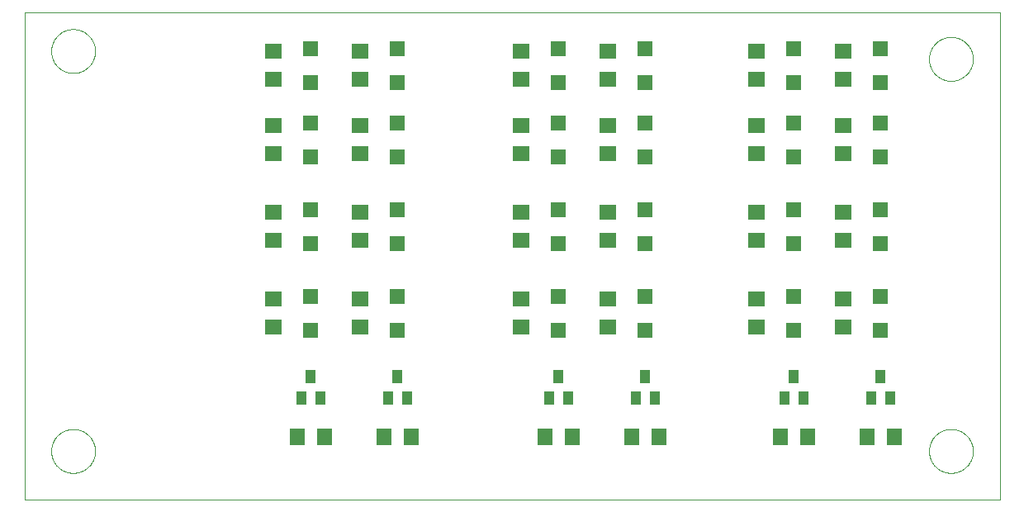
<source format=gtp>
G75*
%MOIN*%
%OFA0B0*%
%FSLAX25Y25*%
%IPPOS*%
%LPD*%
%AMOC8*
5,1,8,0,0,1.08239X$1,22.5*
%
%ADD10C,0.00000*%
%ADD11R,0.05906X0.05906*%
%ADD12R,0.07098X0.06299*%
%ADD13R,0.06299X0.07098*%
%ADD14R,0.03937X0.05512*%
D10*
X0001000Y0001000D02*
X0001000Y0197850D01*
X0394701Y0197850D01*
X0394701Y0001000D01*
X0001000Y0001000D01*
X0011827Y0020685D02*
X0011830Y0020902D01*
X0011838Y0021120D01*
X0011851Y0021337D01*
X0011870Y0021553D01*
X0011894Y0021769D01*
X0011923Y0021985D01*
X0011957Y0022199D01*
X0011997Y0022413D01*
X0012042Y0022626D01*
X0012092Y0022837D01*
X0012148Y0023048D01*
X0012208Y0023256D01*
X0012274Y0023464D01*
X0012345Y0023669D01*
X0012421Y0023873D01*
X0012501Y0024075D01*
X0012587Y0024275D01*
X0012677Y0024472D01*
X0012773Y0024668D01*
X0012873Y0024861D01*
X0012978Y0025051D01*
X0013087Y0025239D01*
X0013201Y0025424D01*
X0013320Y0025606D01*
X0013443Y0025786D01*
X0013570Y0025962D01*
X0013702Y0026135D01*
X0013838Y0026304D01*
X0013978Y0026471D01*
X0014122Y0026634D01*
X0014270Y0026793D01*
X0014421Y0026949D01*
X0014577Y0027100D01*
X0014736Y0027248D01*
X0014899Y0027392D01*
X0015066Y0027532D01*
X0015235Y0027668D01*
X0015408Y0027800D01*
X0015584Y0027927D01*
X0015764Y0028050D01*
X0015946Y0028169D01*
X0016131Y0028283D01*
X0016319Y0028392D01*
X0016509Y0028497D01*
X0016702Y0028597D01*
X0016898Y0028693D01*
X0017095Y0028783D01*
X0017295Y0028869D01*
X0017497Y0028949D01*
X0017701Y0029025D01*
X0017906Y0029096D01*
X0018114Y0029162D01*
X0018322Y0029222D01*
X0018533Y0029278D01*
X0018744Y0029328D01*
X0018957Y0029373D01*
X0019171Y0029413D01*
X0019385Y0029447D01*
X0019601Y0029476D01*
X0019817Y0029500D01*
X0020033Y0029519D01*
X0020250Y0029532D01*
X0020468Y0029540D01*
X0020685Y0029543D01*
X0020902Y0029540D01*
X0021120Y0029532D01*
X0021337Y0029519D01*
X0021553Y0029500D01*
X0021769Y0029476D01*
X0021985Y0029447D01*
X0022199Y0029413D01*
X0022413Y0029373D01*
X0022626Y0029328D01*
X0022837Y0029278D01*
X0023048Y0029222D01*
X0023256Y0029162D01*
X0023464Y0029096D01*
X0023669Y0029025D01*
X0023873Y0028949D01*
X0024075Y0028869D01*
X0024275Y0028783D01*
X0024472Y0028693D01*
X0024668Y0028597D01*
X0024861Y0028497D01*
X0025051Y0028392D01*
X0025239Y0028283D01*
X0025424Y0028169D01*
X0025606Y0028050D01*
X0025786Y0027927D01*
X0025962Y0027800D01*
X0026135Y0027668D01*
X0026304Y0027532D01*
X0026471Y0027392D01*
X0026634Y0027248D01*
X0026793Y0027100D01*
X0026949Y0026949D01*
X0027100Y0026793D01*
X0027248Y0026634D01*
X0027392Y0026471D01*
X0027532Y0026304D01*
X0027668Y0026135D01*
X0027800Y0025962D01*
X0027927Y0025786D01*
X0028050Y0025606D01*
X0028169Y0025424D01*
X0028283Y0025239D01*
X0028392Y0025051D01*
X0028497Y0024861D01*
X0028597Y0024668D01*
X0028693Y0024472D01*
X0028783Y0024275D01*
X0028869Y0024075D01*
X0028949Y0023873D01*
X0029025Y0023669D01*
X0029096Y0023464D01*
X0029162Y0023256D01*
X0029222Y0023048D01*
X0029278Y0022837D01*
X0029328Y0022626D01*
X0029373Y0022413D01*
X0029413Y0022199D01*
X0029447Y0021985D01*
X0029476Y0021769D01*
X0029500Y0021553D01*
X0029519Y0021337D01*
X0029532Y0021120D01*
X0029540Y0020902D01*
X0029543Y0020685D01*
X0029540Y0020468D01*
X0029532Y0020250D01*
X0029519Y0020033D01*
X0029500Y0019817D01*
X0029476Y0019601D01*
X0029447Y0019385D01*
X0029413Y0019171D01*
X0029373Y0018957D01*
X0029328Y0018744D01*
X0029278Y0018533D01*
X0029222Y0018322D01*
X0029162Y0018114D01*
X0029096Y0017906D01*
X0029025Y0017701D01*
X0028949Y0017497D01*
X0028869Y0017295D01*
X0028783Y0017095D01*
X0028693Y0016898D01*
X0028597Y0016702D01*
X0028497Y0016509D01*
X0028392Y0016319D01*
X0028283Y0016131D01*
X0028169Y0015946D01*
X0028050Y0015764D01*
X0027927Y0015584D01*
X0027800Y0015408D01*
X0027668Y0015235D01*
X0027532Y0015066D01*
X0027392Y0014899D01*
X0027248Y0014736D01*
X0027100Y0014577D01*
X0026949Y0014421D01*
X0026793Y0014270D01*
X0026634Y0014122D01*
X0026471Y0013978D01*
X0026304Y0013838D01*
X0026135Y0013702D01*
X0025962Y0013570D01*
X0025786Y0013443D01*
X0025606Y0013320D01*
X0025424Y0013201D01*
X0025239Y0013087D01*
X0025051Y0012978D01*
X0024861Y0012873D01*
X0024668Y0012773D01*
X0024472Y0012677D01*
X0024275Y0012587D01*
X0024075Y0012501D01*
X0023873Y0012421D01*
X0023669Y0012345D01*
X0023464Y0012274D01*
X0023256Y0012208D01*
X0023048Y0012148D01*
X0022837Y0012092D01*
X0022626Y0012042D01*
X0022413Y0011997D01*
X0022199Y0011957D01*
X0021985Y0011923D01*
X0021769Y0011894D01*
X0021553Y0011870D01*
X0021337Y0011851D01*
X0021120Y0011838D01*
X0020902Y0011830D01*
X0020685Y0011827D01*
X0020468Y0011830D01*
X0020250Y0011838D01*
X0020033Y0011851D01*
X0019817Y0011870D01*
X0019601Y0011894D01*
X0019385Y0011923D01*
X0019171Y0011957D01*
X0018957Y0011997D01*
X0018744Y0012042D01*
X0018533Y0012092D01*
X0018322Y0012148D01*
X0018114Y0012208D01*
X0017906Y0012274D01*
X0017701Y0012345D01*
X0017497Y0012421D01*
X0017295Y0012501D01*
X0017095Y0012587D01*
X0016898Y0012677D01*
X0016702Y0012773D01*
X0016509Y0012873D01*
X0016319Y0012978D01*
X0016131Y0013087D01*
X0015946Y0013201D01*
X0015764Y0013320D01*
X0015584Y0013443D01*
X0015408Y0013570D01*
X0015235Y0013702D01*
X0015066Y0013838D01*
X0014899Y0013978D01*
X0014736Y0014122D01*
X0014577Y0014270D01*
X0014421Y0014421D01*
X0014270Y0014577D01*
X0014122Y0014736D01*
X0013978Y0014899D01*
X0013838Y0015066D01*
X0013702Y0015235D01*
X0013570Y0015408D01*
X0013443Y0015584D01*
X0013320Y0015764D01*
X0013201Y0015946D01*
X0013087Y0016131D01*
X0012978Y0016319D01*
X0012873Y0016509D01*
X0012773Y0016702D01*
X0012677Y0016898D01*
X0012587Y0017095D01*
X0012501Y0017295D01*
X0012421Y0017497D01*
X0012345Y0017701D01*
X0012274Y0017906D01*
X0012208Y0018114D01*
X0012148Y0018322D01*
X0012092Y0018533D01*
X0012042Y0018744D01*
X0011997Y0018957D01*
X0011957Y0019171D01*
X0011923Y0019385D01*
X0011894Y0019601D01*
X0011870Y0019817D01*
X0011851Y0020033D01*
X0011838Y0020250D01*
X0011830Y0020468D01*
X0011827Y0020685D01*
X0011827Y0182102D02*
X0011830Y0182319D01*
X0011838Y0182537D01*
X0011851Y0182754D01*
X0011870Y0182970D01*
X0011894Y0183186D01*
X0011923Y0183402D01*
X0011957Y0183616D01*
X0011997Y0183830D01*
X0012042Y0184043D01*
X0012092Y0184254D01*
X0012148Y0184465D01*
X0012208Y0184673D01*
X0012274Y0184881D01*
X0012345Y0185086D01*
X0012421Y0185290D01*
X0012501Y0185492D01*
X0012587Y0185692D01*
X0012677Y0185889D01*
X0012773Y0186085D01*
X0012873Y0186278D01*
X0012978Y0186468D01*
X0013087Y0186656D01*
X0013201Y0186841D01*
X0013320Y0187023D01*
X0013443Y0187203D01*
X0013570Y0187379D01*
X0013702Y0187552D01*
X0013838Y0187721D01*
X0013978Y0187888D01*
X0014122Y0188051D01*
X0014270Y0188210D01*
X0014421Y0188366D01*
X0014577Y0188517D01*
X0014736Y0188665D01*
X0014899Y0188809D01*
X0015066Y0188949D01*
X0015235Y0189085D01*
X0015408Y0189217D01*
X0015584Y0189344D01*
X0015764Y0189467D01*
X0015946Y0189586D01*
X0016131Y0189700D01*
X0016319Y0189809D01*
X0016509Y0189914D01*
X0016702Y0190014D01*
X0016898Y0190110D01*
X0017095Y0190200D01*
X0017295Y0190286D01*
X0017497Y0190366D01*
X0017701Y0190442D01*
X0017906Y0190513D01*
X0018114Y0190579D01*
X0018322Y0190639D01*
X0018533Y0190695D01*
X0018744Y0190745D01*
X0018957Y0190790D01*
X0019171Y0190830D01*
X0019385Y0190864D01*
X0019601Y0190893D01*
X0019817Y0190917D01*
X0020033Y0190936D01*
X0020250Y0190949D01*
X0020468Y0190957D01*
X0020685Y0190960D01*
X0020902Y0190957D01*
X0021120Y0190949D01*
X0021337Y0190936D01*
X0021553Y0190917D01*
X0021769Y0190893D01*
X0021985Y0190864D01*
X0022199Y0190830D01*
X0022413Y0190790D01*
X0022626Y0190745D01*
X0022837Y0190695D01*
X0023048Y0190639D01*
X0023256Y0190579D01*
X0023464Y0190513D01*
X0023669Y0190442D01*
X0023873Y0190366D01*
X0024075Y0190286D01*
X0024275Y0190200D01*
X0024472Y0190110D01*
X0024668Y0190014D01*
X0024861Y0189914D01*
X0025051Y0189809D01*
X0025239Y0189700D01*
X0025424Y0189586D01*
X0025606Y0189467D01*
X0025786Y0189344D01*
X0025962Y0189217D01*
X0026135Y0189085D01*
X0026304Y0188949D01*
X0026471Y0188809D01*
X0026634Y0188665D01*
X0026793Y0188517D01*
X0026949Y0188366D01*
X0027100Y0188210D01*
X0027248Y0188051D01*
X0027392Y0187888D01*
X0027532Y0187721D01*
X0027668Y0187552D01*
X0027800Y0187379D01*
X0027927Y0187203D01*
X0028050Y0187023D01*
X0028169Y0186841D01*
X0028283Y0186656D01*
X0028392Y0186468D01*
X0028497Y0186278D01*
X0028597Y0186085D01*
X0028693Y0185889D01*
X0028783Y0185692D01*
X0028869Y0185492D01*
X0028949Y0185290D01*
X0029025Y0185086D01*
X0029096Y0184881D01*
X0029162Y0184673D01*
X0029222Y0184465D01*
X0029278Y0184254D01*
X0029328Y0184043D01*
X0029373Y0183830D01*
X0029413Y0183616D01*
X0029447Y0183402D01*
X0029476Y0183186D01*
X0029500Y0182970D01*
X0029519Y0182754D01*
X0029532Y0182537D01*
X0029540Y0182319D01*
X0029543Y0182102D01*
X0029540Y0181885D01*
X0029532Y0181667D01*
X0029519Y0181450D01*
X0029500Y0181234D01*
X0029476Y0181018D01*
X0029447Y0180802D01*
X0029413Y0180588D01*
X0029373Y0180374D01*
X0029328Y0180161D01*
X0029278Y0179950D01*
X0029222Y0179739D01*
X0029162Y0179531D01*
X0029096Y0179323D01*
X0029025Y0179118D01*
X0028949Y0178914D01*
X0028869Y0178712D01*
X0028783Y0178512D01*
X0028693Y0178315D01*
X0028597Y0178119D01*
X0028497Y0177926D01*
X0028392Y0177736D01*
X0028283Y0177548D01*
X0028169Y0177363D01*
X0028050Y0177181D01*
X0027927Y0177001D01*
X0027800Y0176825D01*
X0027668Y0176652D01*
X0027532Y0176483D01*
X0027392Y0176316D01*
X0027248Y0176153D01*
X0027100Y0175994D01*
X0026949Y0175838D01*
X0026793Y0175687D01*
X0026634Y0175539D01*
X0026471Y0175395D01*
X0026304Y0175255D01*
X0026135Y0175119D01*
X0025962Y0174987D01*
X0025786Y0174860D01*
X0025606Y0174737D01*
X0025424Y0174618D01*
X0025239Y0174504D01*
X0025051Y0174395D01*
X0024861Y0174290D01*
X0024668Y0174190D01*
X0024472Y0174094D01*
X0024275Y0174004D01*
X0024075Y0173918D01*
X0023873Y0173838D01*
X0023669Y0173762D01*
X0023464Y0173691D01*
X0023256Y0173625D01*
X0023048Y0173565D01*
X0022837Y0173509D01*
X0022626Y0173459D01*
X0022413Y0173414D01*
X0022199Y0173374D01*
X0021985Y0173340D01*
X0021769Y0173311D01*
X0021553Y0173287D01*
X0021337Y0173268D01*
X0021120Y0173255D01*
X0020902Y0173247D01*
X0020685Y0173244D01*
X0020468Y0173247D01*
X0020250Y0173255D01*
X0020033Y0173268D01*
X0019817Y0173287D01*
X0019601Y0173311D01*
X0019385Y0173340D01*
X0019171Y0173374D01*
X0018957Y0173414D01*
X0018744Y0173459D01*
X0018533Y0173509D01*
X0018322Y0173565D01*
X0018114Y0173625D01*
X0017906Y0173691D01*
X0017701Y0173762D01*
X0017497Y0173838D01*
X0017295Y0173918D01*
X0017095Y0174004D01*
X0016898Y0174094D01*
X0016702Y0174190D01*
X0016509Y0174290D01*
X0016319Y0174395D01*
X0016131Y0174504D01*
X0015946Y0174618D01*
X0015764Y0174737D01*
X0015584Y0174860D01*
X0015408Y0174987D01*
X0015235Y0175119D01*
X0015066Y0175255D01*
X0014899Y0175395D01*
X0014736Y0175539D01*
X0014577Y0175687D01*
X0014421Y0175838D01*
X0014270Y0175994D01*
X0014122Y0176153D01*
X0013978Y0176316D01*
X0013838Y0176483D01*
X0013702Y0176652D01*
X0013570Y0176825D01*
X0013443Y0177001D01*
X0013320Y0177181D01*
X0013201Y0177363D01*
X0013087Y0177548D01*
X0012978Y0177736D01*
X0012873Y0177926D01*
X0012773Y0178119D01*
X0012677Y0178315D01*
X0012587Y0178512D01*
X0012501Y0178712D01*
X0012421Y0178914D01*
X0012345Y0179118D01*
X0012274Y0179323D01*
X0012208Y0179531D01*
X0012148Y0179739D01*
X0012092Y0179950D01*
X0012042Y0180161D01*
X0011997Y0180374D01*
X0011957Y0180588D01*
X0011923Y0180802D01*
X0011894Y0181018D01*
X0011870Y0181234D01*
X0011851Y0181450D01*
X0011838Y0181667D01*
X0011830Y0181885D01*
X0011827Y0182102D01*
X0366158Y0178953D02*
X0366161Y0179170D01*
X0366169Y0179388D01*
X0366182Y0179605D01*
X0366201Y0179821D01*
X0366225Y0180037D01*
X0366254Y0180253D01*
X0366288Y0180467D01*
X0366328Y0180681D01*
X0366373Y0180894D01*
X0366423Y0181105D01*
X0366479Y0181316D01*
X0366539Y0181524D01*
X0366605Y0181732D01*
X0366676Y0181937D01*
X0366752Y0182141D01*
X0366832Y0182343D01*
X0366918Y0182543D01*
X0367008Y0182740D01*
X0367104Y0182936D01*
X0367204Y0183129D01*
X0367309Y0183319D01*
X0367418Y0183507D01*
X0367532Y0183692D01*
X0367651Y0183874D01*
X0367774Y0184054D01*
X0367901Y0184230D01*
X0368033Y0184403D01*
X0368169Y0184572D01*
X0368309Y0184739D01*
X0368453Y0184902D01*
X0368601Y0185061D01*
X0368752Y0185217D01*
X0368908Y0185368D01*
X0369067Y0185516D01*
X0369230Y0185660D01*
X0369397Y0185800D01*
X0369566Y0185936D01*
X0369739Y0186068D01*
X0369915Y0186195D01*
X0370095Y0186318D01*
X0370277Y0186437D01*
X0370462Y0186551D01*
X0370650Y0186660D01*
X0370840Y0186765D01*
X0371033Y0186865D01*
X0371229Y0186961D01*
X0371426Y0187051D01*
X0371626Y0187137D01*
X0371828Y0187217D01*
X0372032Y0187293D01*
X0372237Y0187364D01*
X0372445Y0187430D01*
X0372653Y0187490D01*
X0372864Y0187546D01*
X0373075Y0187596D01*
X0373288Y0187641D01*
X0373502Y0187681D01*
X0373716Y0187715D01*
X0373932Y0187744D01*
X0374148Y0187768D01*
X0374364Y0187787D01*
X0374581Y0187800D01*
X0374799Y0187808D01*
X0375016Y0187811D01*
X0375233Y0187808D01*
X0375451Y0187800D01*
X0375668Y0187787D01*
X0375884Y0187768D01*
X0376100Y0187744D01*
X0376316Y0187715D01*
X0376530Y0187681D01*
X0376744Y0187641D01*
X0376957Y0187596D01*
X0377168Y0187546D01*
X0377379Y0187490D01*
X0377587Y0187430D01*
X0377795Y0187364D01*
X0378000Y0187293D01*
X0378204Y0187217D01*
X0378406Y0187137D01*
X0378606Y0187051D01*
X0378803Y0186961D01*
X0378999Y0186865D01*
X0379192Y0186765D01*
X0379382Y0186660D01*
X0379570Y0186551D01*
X0379755Y0186437D01*
X0379937Y0186318D01*
X0380117Y0186195D01*
X0380293Y0186068D01*
X0380466Y0185936D01*
X0380635Y0185800D01*
X0380802Y0185660D01*
X0380965Y0185516D01*
X0381124Y0185368D01*
X0381280Y0185217D01*
X0381431Y0185061D01*
X0381579Y0184902D01*
X0381723Y0184739D01*
X0381863Y0184572D01*
X0381999Y0184403D01*
X0382131Y0184230D01*
X0382258Y0184054D01*
X0382381Y0183874D01*
X0382500Y0183692D01*
X0382614Y0183507D01*
X0382723Y0183319D01*
X0382828Y0183129D01*
X0382928Y0182936D01*
X0383024Y0182740D01*
X0383114Y0182543D01*
X0383200Y0182343D01*
X0383280Y0182141D01*
X0383356Y0181937D01*
X0383427Y0181732D01*
X0383493Y0181524D01*
X0383553Y0181316D01*
X0383609Y0181105D01*
X0383659Y0180894D01*
X0383704Y0180681D01*
X0383744Y0180467D01*
X0383778Y0180253D01*
X0383807Y0180037D01*
X0383831Y0179821D01*
X0383850Y0179605D01*
X0383863Y0179388D01*
X0383871Y0179170D01*
X0383874Y0178953D01*
X0383871Y0178736D01*
X0383863Y0178518D01*
X0383850Y0178301D01*
X0383831Y0178085D01*
X0383807Y0177869D01*
X0383778Y0177653D01*
X0383744Y0177439D01*
X0383704Y0177225D01*
X0383659Y0177012D01*
X0383609Y0176801D01*
X0383553Y0176590D01*
X0383493Y0176382D01*
X0383427Y0176174D01*
X0383356Y0175969D01*
X0383280Y0175765D01*
X0383200Y0175563D01*
X0383114Y0175363D01*
X0383024Y0175166D01*
X0382928Y0174970D01*
X0382828Y0174777D01*
X0382723Y0174587D01*
X0382614Y0174399D01*
X0382500Y0174214D01*
X0382381Y0174032D01*
X0382258Y0173852D01*
X0382131Y0173676D01*
X0381999Y0173503D01*
X0381863Y0173334D01*
X0381723Y0173167D01*
X0381579Y0173004D01*
X0381431Y0172845D01*
X0381280Y0172689D01*
X0381124Y0172538D01*
X0380965Y0172390D01*
X0380802Y0172246D01*
X0380635Y0172106D01*
X0380466Y0171970D01*
X0380293Y0171838D01*
X0380117Y0171711D01*
X0379937Y0171588D01*
X0379755Y0171469D01*
X0379570Y0171355D01*
X0379382Y0171246D01*
X0379192Y0171141D01*
X0378999Y0171041D01*
X0378803Y0170945D01*
X0378606Y0170855D01*
X0378406Y0170769D01*
X0378204Y0170689D01*
X0378000Y0170613D01*
X0377795Y0170542D01*
X0377587Y0170476D01*
X0377379Y0170416D01*
X0377168Y0170360D01*
X0376957Y0170310D01*
X0376744Y0170265D01*
X0376530Y0170225D01*
X0376316Y0170191D01*
X0376100Y0170162D01*
X0375884Y0170138D01*
X0375668Y0170119D01*
X0375451Y0170106D01*
X0375233Y0170098D01*
X0375016Y0170095D01*
X0374799Y0170098D01*
X0374581Y0170106D01*
X0374364Y0170119D01*
X0374148Y0170138D01*
X0373932Y0170162D01*
X0373716Y0170191D01*
X0373502Y0170225D01*
X0373288Y0170265D01*
X0373075Y0170310D01*
X0372864Y0170360D01*
X0372653Y0170416D01*
X0372445Y0170476D01*
X0372237Y0170542D01*
X0372032Y0170613D01*
X0371828Y0170689D01*
X0371626Y0170769D01*
X0371426Y0170855D01*
X0371229Y0170945D01*
X0371033Y0171041D01*
X0370840Y0171141D01*
X0370650Y0171246D01*
X0370462Y0171355D01*
X0370277Y0171469D01*
X0370095Y0171588D01*
X0369915Y0171711D01*
X0369739Y0171838D01*
X0369566Y0171970D01*
X0369397Y0172106D01*
X0369230Y0172246D01*
X0369067Y0172390D01*
X0368908Y0172538D01*
X0368752Y0172689D01*
X0368601Y0172845D01*
X0368453Y0173004D01*
X0368309Y0173167D01*
X0368169Y0173334D01*
X0368033Y0173503D01*
X0367901Y0173676D01*
X0367774Y0173852D01*
X0367651Y0174032D01*
X0367532Y0174214D01*
X0367418Y0174399D01*
X0367309Y0174587D01*
X0367204Y0174777D01*
X0367104Y0174970D01*
X0367008Y0175166D01*
X0366918Y0175363D01*
X0366832Y0175563D01*
X0366752Y0175765D01*
X0366676Y0175969D01*
X0366605Y0176174D01*
X0366539Y0176382D01*
X0366479Y0176590D01*
X0366423Y0176801D01*
X0366373Y0177012D01*
X0366328Y0177225D01*
X0366288Y0177439D01*
X0366254Y0177653D01*
X0366225Y0177869D01*
X0366201Y0178085D01*
X0366182Y0178301D01*
X0366169Y0178518D01*
X0366161Y0178736D01*
X0366158Y0178953D01*
X0366158Y0020685D02*
X0366161Y0020902D01*
X0366169Y0021120D01*
X0366182Y0021337D01*
X0366201Y0021553D01*
X0366225Y0021769D01*
X0366254Y0021985D01*
X0366288Y0022199D01*
X0366328Y0022413D01*
X0366373Y0022626D01*
X0366423Y0022837D01*
X0366479Y0023048D01*
X0366539Y0023256D01*
X0366605Y0023464D01*
X0366676Y0023669D01*
X0366752Y0023873D01*
X0366832Y0024075D01*
X0366918Y0024275D01*
X0367008Y0024472D01*
X0367104Y0024668D01*
X0367204Y0024861D01*
X0367309Y0025051D01*
X0367418Y0025239D01*
X0367532Y0025424D01*
X0367651Y0025606D01*
X0367774Y0025786D01*
X0367901Y0025962D01*
X0368033Y0026135D01*
X0368169Y0026304D01*
X0368309Y0026471D01*
X0368453Y0026634D01*
X0368601Y0026793D01*
X0368752Y0026949D01*
X0368908Y0027100D01*
X0369067Y0027248D01*
X0369230Y0027392D01*
X0369397Y0027532D01*
X0369566Y0027668D01*
X0369739Y0027800D01*
X0369915Y0027927D01*
X0370095Y0028050D01*
X0370277Y0028169D01*
X0370462Y0028283D01*
X0370650Y0028392D01*
X0370840Y0028497D01*
X0371033Y0028597D01*
X0371229Y0028693D01*
X0371426Y0028783D01*
X0371626Y0028869D01*
X0371828Y0028949D01*
X0372032Y0029025D01*
X0372237Y0029096D01*
X0372445Y0029162D01*
X0372653Y0029222D01*
X0372864Y0029278D01*
X0373075Y0029328D01*
X0373288Y0029373D01*
X0373502Y0029413D01*
X0373716Y0029447D01*
X0373932Y0029476D01*
X0374148Y0029500D01*
X0374364Y0029519D01*
X0374581Y0029532D01*
X0374799Y0029540D01*
X0375016Y0029543D01*
X0375233Y0029540D01*
X0375451Y0029532D01*
X0375668Y0029519D01*
X0375884Y0029500D01*
X0376100Y0029476D01*
X0376316Y0029447D01*
X0376530Y0029413D01*
X0376744Y0029373D01*
X0376957Y0029328D01*
X0377168Y0029278D01*
X0377379Y0029222D01*
X0377587Y0029162D01*
X0377795Y0029096D01*
X0378000Y0029025D01*
X0378204Y0028949D01*
X0378406Y0028869D01*
X0378606Y0028783D01*
X0378803Y0028693D01*
X0378999Y0028597D01*
X0379192Y0028497D01*
X0379382Y0028392D01*
X0379570Y0028283D01*
X0379755Y0028169D01*
X0379937Y0028050D01*
X0380117Y0027927D01*
X0380293Y0027800D01*
X0380466Y0027668D01*
X0380635Y0027532D01*
X0380802Y0027392D01*
X0380965Y0027248D01*
X0381124Y0027100D01*
X0381280Y0026949D01*
X0381431Y0026793D01*
X0381579Y0026634D01*
X0381723Y0026471D01*
X0381863Y0026304D01*
X0381999Y0026135D01*
X0382131Y0025962D01*
X0382258Y0025786D01*
X0382381Y0025606D01*
X0382500Y0025424D01*
X0382614Y0025239D01*
X0382723Y0025051D01*
X0382828Y0024861D01*
X0382928Y0024668D01*
X0383024Y0024472D01*
X0383114Y0024275D01*
X0383200Y0024075D01*
X0383280Y0023873D01*
X0383356Y0023669D01*
X0383427Y0023464D01*
X0383493Y0023256D01*
X0383553Y0023048D01*
X0383609Y0022837D01*
X0383659Y0022626D01*
X0383704Y0022413D01*
X0383744Y0022199D01*
X0383778Y0021985D01*
X0383807Y0021769D01*
X0383831Y0021553D01*
X0383850Y0021337D01*
X0383863Y0021120D01*
X0383871Y0020902D01*
X0383874Y0020685D01*
X0383871Y0020468D01*
X0383863Y0020250D01*
X0383850Y0020033D01*
X0383831Y0019817D01*
X0383807Y0019601D01*
X0383778Y0019385D01*
X0383744Y0019171D01*
X0383704Y0018957D01*
X0383659Y0018744D01*
X0383609Y0018533D01*
X0383553Y0018322D01*
X0383493Y0018114D01*
X0383427Y0017906D01*
X0383356Y0017701D01*
X0383280Y0017497D01*
X0383200Y0017295D01*
X0383114Y0017095D01*
X0383024Y0016898D01*
X0382928Y0016702D01*
X0382828Y0016509D01*
X0382723Y0016319D01*
X0382614Y0016131D01*
X0382500Y0015946D01*
X0382381Y0015764D01*
X0382258Y0015584D01*
X0382131Y0015408D01*
X0381999Y0015235D01*
X0381863Y0015066D01*
X0381723Y0014899D01*
X0381579Y0014736D01*
X0381431Y0014577D01*
X0381280Y0014421D01*
X0381124Y0014270D01*
X0380965Y0014122D01*
X0380802Y0013978D01*
X0380635Y0013838D01*
X0380466Y0013702D01*
X0380293Y0013570D01*
X0380117Y0013443D01*
X0379937Y0013320D01*
X0379755Y0013201D01*
X0379570Y0013087D01*
X0379382Y0012978D01*
X0379192Y0012873D01*
X0378999Y0012773D01*
X0378803Y0012677D01*
X0378606Y0012587D01*
X0378406Y0012501D01*
X0378204Y0012421D01*
X0378000Y0012345D01*
X0377795Y0012274D01*
X0377587Y0012208D01*
X0377379Y0012148D01*
X0377168Y0012092D01*
X0376957Y0012042D01*
X0376744Y0011997D01*
X0376530Y0011957D01*
X0376316Y0011923D01*
X0376100Y0011894D01*
X0375884Y0011870D01*
X0375668Y0011851D01*
X0375451Y0011838D01*
X0375233Y0011830D01*
X0375016Y0011827D01*
X0374799Y0011830D01*
X0374581Y0011838D01*
X0374364Y0011851D01*
X0374148Y0011870D01*
X0373932Y0011894D01*
X0373716Y0011923D01*
X0373502Y0011957D01*
X0373288Y0011997D01*
X0373075Y0012042D01*
X0372864Y0012092D01*
X0372653Y0012148D01*
X0372445Y0012208D01*
X0372237Y0012274D01*
X0372032Y0012345D01*
X0371828Y0012421D01*
X0371626Y0012501D01*
X0371426Y0012587D01*
X0371229Y0012677D01*
X0371033Y0012773D01*
X0370840Y0012873D01*
X0370650Y0012978D01*
X0370462Y0013087D01*
X0370277Y0013201D01*
X0370095Y0013320D01*
X0369915Y0013443D01*
X0369739Y0013570D01*
X0369566Y0013702D01*
X0369397Y0013838D01*
X0369230Y0013978D01*
X0369067Y0014122D01*
X0368908Y0014270D01*
X0368752Y0014421D01*
X0368601Y0014577D01*
X0368453Y0014736D01*
X0368309Y0014899D01*
X0368169Y0015066D01*
X0368033Y0015235D01*
X0367901Y0015408D01*
X0367774Y0015584D01*
X0367651Y0015764D01*
X0367532Y0015946D01*
X0367418Y0016131D01*
X0367309Y0016319D01*
X0367204Y0016509D01*
X0367104Y0016702D01*
X0367008Y0016898D01*
X0366918Y0017095D01*
X0366832Y0017295D01*
X0366752Y0017497D01*
X0366676Y0017701D01*
X0366605Y0017906D01*
X0366539Y0018114D01*
X0366479Y0018322D01*
X0366423Y0018533D01*
X0366373Y0018744D01*
X0366328Y0018957D01*
X0366288Y0019171D01*
X0366254Y0019385D01*
X0366225Y0019601D01*
X0366201Y0019817D01*
X0366182Y0020033D01*
X0366169Y0020250D01*
X0366161Y0020468D01*
X0366158Y0020685D01*
D11*
X0346591Y0069425D03*
X0346591Y0083205D03*
X0311591Y0083205D03*
X0311591Y0069425D03*
X0251591Y0069425D03*
X0251591Y0083205D03*
X0216591Y0083205D03*
X0216591Y0069425D03*
X0151591Y0069425D03*
X0151591Y0083205D03*
X0116591Y0083205D03*
X0116591Y0069425D03*
X0116591Y0104425D03*
X0116591Y0118205D03*
X0151591Y0118205D03*
X0151591Y0104425D03*
X0216591Y0104425D03*
X0216591Y0118205D03*
X0251591Y0118205D03*
X0251591Y0104425D03*
X0311591Y0104425D03*
X0311591Y0118205D03*
X0346591Y0118205D03*
X0346591Y0104425D03*
X0346591Y0139425D03*
X0346591Y0153205D03*
X0346591Y0169425D03*
X0346591Y0183205D03*
X0311591Y0183205D03*
X0311591Y0169425D03*
X0311591Y0153205D03*
X0311591Y0139425D03*
X0251591Y0139425D03*
X0251591Y0153205D03*
X0251591Y0169425D03*
X0251591Y0183205D03*
X0216591Y0183205D03*
X0216591Y0169425D03*
X0216591Y0153205D03*
X0216591Y0139425D03*
X0151591Y0139425D03*
X0151591Y0153205D03*
X0151591Y0169425D03*
X0151591Y0183205D03*
X0116591Y0183205D03*
X0116591Y0169425D03*
X0116591Y0153205D03*
X0116591Y0139425D03*
D12*
X0101591Y0140717D03*
X0101591Y0151913D03*
X0101591Y0170717D03*
X0101591Y0181913D03*
X0136591Y0181913D03*
X0136591Y0170717D03*
X0136591Y0151913D03*
X0136591Y0140717D03*
X0136591Y0116913D03*
X0136591Y0105717D03*
X0101591Y0105717D03*
X0101591Y0116913D03*
X0101591Y0081913D03*
X0101591Y0070717D03*
X0136591Y0070717D03*
X0136591Y0081913D03*
X0201591Y0081913D03*
X0201591Y0070717D03*
X0236591Y0070717D03*
X0236591Y0081913D03*
X0236591Y0105717D03*
X0236591Y0116913D03*
X0201591Y0116913D03*
X0201591Y0105717D03*
X0201591Y0140717D03*
X0201591Y0151913D03*
X0201591Y0170717D03*
X0201591Y0181913D03*
X0236591Y0181913D03*
X0236591Y0170717D03*
X0236591Y0151913D03*
X0236591Y0140717D03*
X0296591Y0140717D03*
X0296591Y0151913D03*
X0296591Y0170717D03*
X0296591Y0181913D03*
X0331591Y0181913D03*
X0331591Y0170717D03*
X0331591Y0151913D03*
X0331591Y0140717D03*
X0331591Y0116913D03*
X0331591Y0105717D03*
X0296591Y0105717D03*
X0296591Y0116913D03*
X0296591Y0081913D03*
X0296591Y0070717D03*
X0331591Y0070717D03*
X0331591Y0081913D03*
D13*
X0340992Y0026315D03*
X0352189Y0026315D03*
X0317189Y0026315D03*
X0305992Y0026315D03*
X0257189Y0026315D03*
X0245992Y0026315D03*
X0222189Y0026315D03*
X0210992Y0026315D03*
X0157189Y0026315D03*
X0145992Y0026315D03*
X0122189Y0026315D03*
X0110992Y0026315D03*
D14*
X0112850Y0041984D03*
X0120331Y0041984D03*
X0116591Y0050646D03*
X0147850Y0041984D03*
X0155331Y0041984D03*
X0151591Y0050646D03*
X0212850Y0041984D03*
X0220331Y0041984D03*
X0216591Y0050646D03*
X0247850Y0041984D03*
X0255331Y0041984D03*
X0251591Y0050646D03*
X0307850Y0041984D03*
X0315331Y0041984D03*
X0311591Y0050646D03*
X0342850Y0041984D03*
X0350331Y0041984D03*
X0346591Y0050646D03*
M02*

</source>
